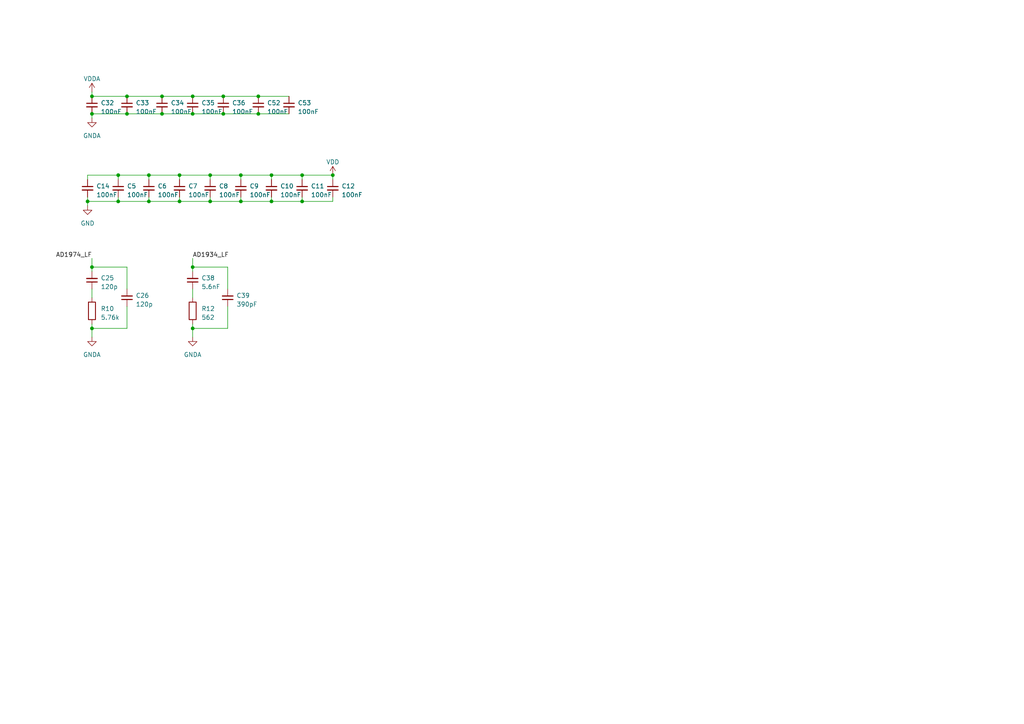
<source format=kicad_sch>
(kicad_sch (version 20230121) (generator eeschema)

  (uuid dd1fa2f4-9ca2-4742-a67d-d263d9d3d241)

  (paper "A4")

  (lib_symbols
    (symbol "Device:C_Small" (pin_numbers hide) (pin_names (offset 0.254) hide) (in_bom yes) (on_board yes)
      (property "Reference" "C" (at 0.254 1.778 0)
        (effects (font (size 1.27 1.27)) (justify left))
      )
      (property "Value" "C_Small" (at 0.254 -2.032 0)
        (effects (font (size 1.27 1.27)) (justify left))
      )
      (property "Footprint" "" (at 0 0 0)
        (effects (font (size 1.27 1.27)) hide)
      )
      (property "Datasheet" "~" (at 0 0 0)
        (effects (font (size 1.27 1.27)) hide)
      )
      (property "ki_keywords" "capacitor cap" (at 0 0 0)
        (effects (font (size 1.27 1.27)) hide)
      )
      (property "ki_description" "Unpolarized capacitor, small symbol" (at 0 0 0)
        (effects (font (size 1.27 1.27)) hide)
      )
      (property "ki_fp_filters" "C_*" (at 0 0 0)
        (effects (font (size 1.27 1.27)) hide)
      )
      (symbol "C_Small_0_1"
        (polyline
          (pts
            (xy -1.524 -0.508)
            (xy 1.524 -0.508)
          )
          (stroke (width 0.3302) (type default))
          (fill (type none))
        )
        (polyline
          (pts
            (xy -1.524 0.508)
            (xy 1.524 0.508)
          )
          (stroke (width 0.3048) (type default))
          (fill (type none))
        )
      )
      (symbol "C_Small_1_1"
        (pin passive line (at 0 2.54 270) (length 2.032)
          (name "~" (effects (font (size 1.27 1.27))))
          (number "1" (effects (font (size 1.27 1.27))))
        )
        (pin passive line (at 0 -2.54 90) (length 2.032)
          (name "~" (effects (font (size 1.27 1.27))))
          (number "2" (effects (font (size 1.27 1.27))))
        )
      )
    )
    (symbol "Device:R" (pin_numbers hide) (pin_names (offset 0)) (in_bom yes) (on_board yes)
      (property "Reference" "R" (at 2.032 0 90)
        (effects (font (size 1.27 1.27)))
      )
      (property "Value" "R" (at 0 0 90)
        (effects (font (size 1.27 1.27)))
      )
      (property "Footprint" "" (at -1.778 0 90)
        (effects (font (size 1.27 1.27)) hide)
      )
      (property "Datasheet" "~" (at 0 0 0)
        (effects (font (size 1.27 1.27)) hide)
      )
      (property "ki_keywords" "R res resistor" (at 0 0 0)
        (effects (font (size 1.27 1.27)) hide)
      )
      (property "ki_description" "Resistor" (at 0 0 0)
        (effects (font (size 1.27 1.27)) hide)
      )
      (property "ki_fp_filters" "R_*" (at 0 0 0)
        (effects (font (size 1.27 1.27)) hide)
      )
      (symbol "R_0_1"
        (rectangle (start -1.016 -2.54) (end 1.016 2.54)
          (stroke (width 0.254) (type default))
          (fill (type none))
        )
      )
      (symbol "R_1_1"
        (pin passive line (at 0 3.81 270) (length 1.27)
          (name "~" (effects (font (size 1.27 1.27))))
          (number "1" (effects (font (size 1.27 1.27))))
        )
        (pin passive line (at 0 -3.81 90) (length 1.27)
          (name "~" (effects (font (size 1.27 1.27))))
          (number "2" (effects (font (size 1.27 1.27))))
        )
      )
    )
    (symbol "power:GND" (power) (pin_names (offset 0)) (in_bom yes) (on_board yes)
      (property "Reference" "#PWR" (at 0 -6.35 0)
        (effects (font (size 1.27 1.27)) hide)
      )
      (property "Value" "GND" (at 0 -3.81 0)
        (effects (font (size 1.27 1.27)))
      )
      (property "Footprint" "" (at 0 0 0)
        (effects (font (size 1.27 1.27)) hide)
      )
      (property "Datasheet" "" (at 0 0 0)
        (effects (font (size 1.27 1.27)) hide)
      )
      (property "ki_keywords" "global power" (at 0 0 0)
        (effects (font (size 1.27 1.27)) hide)
      )
      (property "ki_description" "Power symbol creates a global label with name \"GND\" , ground" (at 0 0 0)
        (effects (font (size 1.27 1.27)) hide)
      )
      (symbol "GND_0_1"
        (polyline
          (pts
            (xy 0 0)
            (xy 0 -1.27)
            (xy 1.27 -1.27)
            (xy 0 -2.54)
            (xy -1.27 -1.27)
            (xy 0 -1.27)
          )
          (stroke (width 0) (type default))
          (fill (type none))
        )
      )
      (symbol "GND_1_1"
        (pin power_in line (at 0 0 270) (length 0) hide
          (name "GND" (effects (font (size 1.27 1.27))))
          (number "1" (effects (font (size 1.27 1.27))))
        )
      )
    )
    (symbol "power:GNDA" (power) (pin_names (offset 0)) (in_bom yes) (on_board yes)
      (property "Reference" "#PWR" (at 0 -6.35 0)
        (effects (font (size 1.27 1.27)) hide)
      )
      (property "Value" "GNDA" (at 0 -3.81 0)
        (effects (font (size 1.27 1.27)))
      )
      (property "Footprint" "" (at 0 0 0)
        (effects (font (size 1.27 1.27)) hide)
      )
      (property "Datasheet" "" (at 0 0 0)
        (effects (font (size 1.27 1.27)) hide)
      )
      (property "ki_keywords" "global power" (at 0 0 0)
        (effects (font (size 1.27 1.27)) hide)
      )
      (property "ki_description" "Power symbol creates a global label with name \"GNDA\" , analog ground" (at 0 0 0)
        (effects (font (size 1.27 1.27)) hide)
      )
      (symbol "GNDA_0_1"
        (polyline
          (pts
            (xy 0 0)
            (xy 0 -1.27)
            (xy 1.27 -1.27)
            (xy 0 -2.54)
            (xy -1.27 -1.27)
            (xy 0 -1.27)
          )
          (stroke (width 0) (type default))
          (fill (type none))
        )
      )
      (symbol "GNDA_1_1"
        (pin power_in line (at 0 0 270) (length 0) hide
          (name "GNDA" (effects (font (size 1.27 1.27))))
          (number "1" (effects (font (size 1.27 1.27))))
        )
      )
    )
    (symbol "power:VDD" (power) (pin_names (offset 0)) (in_bom yes) (on_board yes)
      (property "Reference" "#PWR" (at 0 -3.81 0)
        (effects (font (size 1.27 1.27)) hide)
      )
      (property "Value" "VDD" (at 0 3.81 0)
        (effects (font (size 1.27 1.27)))
      )
      (property "Footprint" "" (at 0 0 0)
        (effects (font (size 1.27 1.27)) hide)
      )
      (property "Datasheet" "" (at 0 0 0)
        (effects (font (size 1.27 1.27)) hide)
      )
      (property "ki_keywords" "global power" (at 0 0 0)
        (effects (font (size 1.27 1.27)) hide)
      )
      (property "ki_description" "Power symbol creates a global label with name \"VDD\"" (at 0 0 0)
        (effects (font (size 1.27 1.27)) hide)
      )
      (symbol "VDD_0_1"
        (polyline
          (pts
            (xy -0.762 1.27)
            (xy 0 2.54)
          )
          (stroke (width 0) (type default))
          (fill (type none))
        )
        (polyline
          (pts
            (xy 0 0)
            (xy 0 2.54)
          )
          (stroke (width 0) (type default))
          (fill (type none))
        )
        (polyline
          (pts
            (xy 0 2.54)
            (xy 0.762 1.27)
          )
          (stroke (width 0) (type default))
          (fill (type none))
        )
      )
      (symbol "VDD_1_1"
        (pin power_in line (at 0 0 90) (length 0) hide
          (name "VDD" (effects (font (size 1.27 1.27))))
          (number "1" (effects (font (size 1.27 1.27))))
        )
      )
    )
    (symbol "power:VDDA" (power) (pin_names (offset 0)) (in_bom yes) (on_board yes)
      (property "Reference" "#PWR" (at 0 -3.81 0)
        (effects (font (size 1.27 1.27)) hide)
      )
      (property "Value" "VDDA" (at 0 3.81 0)
        (effects (font (size 1.27 1.27)))
      )
      (property "Footprint" "" (at 0 0 0)
        (effects (font (size 1.27 1.27)) hide)
      )
      (property "Datasheet" "" (at 0 0 0)
        (effects (font (size 1.27 1.27)) hide)
      )
      (property "ki_keywords" "global power" (at 0 0 0)
        (effects (font (size 1.27 1.27)) hide)
      )
      (property "ki_description" "Power symbol creates a global label with name \"VDDA\"" (at 0 0 0)
        (effects (font (size 1.27 1.27)) hide)
      )
      (symbol "VDDA_0_1"
        (polyline
          (pts
            (xy -0.762 1.27)
            (xy 0 2.54)
          )
          (stroke (width 0) (type default))
          (fill (type none))
        )
        (polyline
          (pts
            (xy 0 0)
            (xy 0 2.54)
          )
          (stroke (width 0) (type default))
          (fill (type none))
        )
        (polyline
          (pts
            (xy 0 2.54)
            (xy 0.762 1.27)
          )
          (stroke (width 0) (type default))
          (fill (type none))
        )
      )
      (symbol "VDDA_1_1"
        (pin power_in line (at 0 0 90) (length 0) hide
          (name "VDDA" (effects (font (size 1.27 1.27))))
          (number "1" (effects (font (size 1.27 1.27))))
        )
      )
    )
  )

  (junction (at 55.88 95.25) (diameter 0) (color 0 0 0 0)
    (uuid 0a4e0715-cee4-4285-9e2e-2894257838d0)
  )
  (junction (at 69.85 50.8) (diameter 0) (color 0 0 0 0)
    (uuid 103432a1-af0c-4bdc-911a-7a92663b2296)
  )
  (junction (at 96.52 50.8) (diameter 0) (color 0 0 0 0)
    (uuid 1478fbc8-4f98-4de1-aa81-372c2c23fbb9)
  )
  (junction (at 52.07 58.42) (diameter 0) (color 0 0 0 0)
    (uuid 1f6715c4-851f-402e-b3e6-bb0b2303d691)
  )
  (junction (at 34.29 50.8) (diameter 0) (color 0 0 0 0)
    (uuid 3084ddc4-0198-40d7-a3c2-8679a7a2d6a2)
  )
  (junction (at 43.18 50.8) (diameter 0) (color 0 0 0 0)
    (uuid 419c8606-1028-436a-88fc-88b31d5e6a89)
  )
  (junction (at 26.67 33.02) (diameter 0) (color 0 0 0 0)
    (uuid 46efdcda-cba9-4c71-9431-67f2ed6a526d)
  )
  (junction (at 64.77 27.94) (diameter 0) (color 0 0 0 0)
    (uuid 59d317a4-ca17-4d81-b8cc-a24a52e1bd02)
  )
  (junction (at 87.63 50.8) (diameter 0) (color 0 0 0 0)
    (uuid 60366baf-d977-4dc7-ac83-055c8c922c7d)
  )
  (junction (at 55.88 33.02) (diameter 0) (color 0 0 0 0)
    (uuid 609b1249-5a28-49bd-bc80-9a7982f88a1c)
  )
  (junction (at 46.99 33.02) (diameter 0) (color 0 0 0 0)
    (uuid 60aeb1d4-ee87-497d-8f9c-8b1853b4f8f5)
  )
  (junction (at 74.93 27.94) (diameter 0) (color 0 0 0 0)
    (uuid 66fee20a-96e9-4d55-ae25-78371194546e)
  )
  (junction (at 69.85 58.42) (diameter 0) (color 0 0 0 0)
    (uuid 697c5e83-06fd-4143-b08d-a2c6fa2ee1b5)
  )
  (junction (at 78.74 50.8) (diameter 0) (color 0 0 0 0)
    (uuid 6e45c6a1-6727-4968-92ea-7f6a1e6bdd76)
  )
  (junction (at 52.07 50.8) (diameter 0) (color 0 0 0 0)
    (uuid 71521a8b-a13e-41dd-8b55-ce2d5f999c43)
  )
  (junction (at 26.67 77.47) (diameter 0) (color 0 0 0 0)
    (uuid 756273a8-6f75-45d0-9508-48224a301778)
  )
  (junction (at 34.29 58.42) (diameter 0) (color 0 0 0 0)
    (uuid 7a1f2204-92d5-40fc-aa81-ac27b226ef92)
  )
  (junction (at 60.96 50.8) (diameter 0) (color 0 0 0 0)
    (uuid 7e9da14b-7be3-450c-9506-ee14db5564e6)
  )
  (junction (at 55.88 77.47) (diameter 0) (color 0 0 0 0)
    (uuid 86115e6e-81e7-484e-84a8-9297e8152047)
  )
  (junction (at 60.96 58.42) (diameter 0) (color 0 0 0 0)
    (uuid a1476265-e03d-4980-b7e8-9705f718b1f3)
  )
  (junction (at 64.77 33.02) (diameter 0) (color 0 0 0 0)
    (uuid b42b07d0-e9c5-4528-814e-67494523c398)
  )
  (junction (at 26.67 95.25) (diameter 0) (color 0 0 0 0)
    (uuid bd605196-12a1-44e7-bb55-b08296891a3c)
  )
  (junction (at 36.83 33.02) (diameter 0) (color 0 0 0 0)
    (uuid c273afa4-fca6-4242-acb3-d6a542fc22d6)
  )
  (junction (at 25.4 58.42) (diameter 0) (color 0 0 0 0)
    (uuid c7238a1c-3e39-4775-9230-43bd5b5cbc39)
  )
  (junction (at 87.63 58.42) (diameter 0) (color 0 0 0 0)
    (uuid c998b3bf-af4c-4b27-ac7c-8d91226e033f)
  )
  (junction (at 43.18 58.42) (diameter 0) (color 0 0 0 0)
    (uuid d17e4efb-b251-4cf7-b3b8-1008c520f031)
  )
  (junction (at 55.88 27.94) (diameter 0) (color 0 0 0 0)
    (uuid d195a166-cd7a-462e-82d3-591911cd675f)
  )
  (junction (at 36.83 27.94) (diameter 0) (color 0 0 0 0)
    (uuid d26996cc-68dc-4448-9716-7855f26551d6)
  )
  (junction (at 46.99 27.94) (diameter 0) (color 0 0 0 0)
    (uuid d6144cea-ef01-4326-b2b4-53e55cdfdff4)
  )
  (junction (at 26.67 27.94) (diameter 0) (color 0 0 0 0)
    (uuid d6bf0da1-2c22-430d-abf0-0a90079fc738)
  )
  (junction (at 78.74 58.42) (diameter 0) (color 0 0 0 0)
    (uuid e2950d17-9d94-4557-8b86-3cfa50326b74)
  )
  (junction (at 74.93 33.02) (diameter 0) (color 0 0 0 0)
    (uuid ea34af24-74c4-4fa1-b541-61f34cef3947)
  )

  (wire (pts (xy 55.88 93.98) (xy 55.88 95.25))
    (stroke (width 0) (type default))
    (uuid 00633f46-a5cb-46df-b986-01119992d036)
  )
  (wire (pts (xy 25.4 50.8) (xy 34.29 50.8))
    (stroke (width 0) (type default))
    (uuid 05909202-6bf9-4b9e-b35c-caa6316c5e54)
  )
  (wire (pts (xy 60.96 58.42) (xy 52.07 58.42))
    (stroke (width 0) (type default))
    (uuid 124c349e-38d1-41a0-9f74-50e023abbc30)
  )
  (wire (pts (xy 25.4 52.07) (xy 25.4 50.8))
    (stroke (width 0) (type default))
    (uuid 1317ade3-7efc-465e-960e-44ea9ea813f2)
  )
  (wire (pts (xy 55.88 95.25) (xy 55.88 97.79))
    (stroke (width 0) (type default))
    (uuid 15573ebb-d70c-4708-bbaf-c7435050d54d)
  )
  (wire (pts (xy 34.29 58.42) (xy 25.4 58.42))
    (stroke (width 0) (type default))
    (uuid 165fd013-97d6-4273-8935-dd6643d22270)
  )
  (wire (pts (xy 78.74 50.8) (xy 69.85 50.8))
    (stroke (width 0) (type default))
    (uuid 1d73b3ca-eb6c-4bf7-b87b-8ef32e523ae8)
  )
  (wire (pts (xy 96.52 52.07) (xy 96.52 50.8))
    (stroke (width 0) (type default))
    (uuid 224c4498-3f36-46e1-b5cd-ea6b9d7588fc)
  )
  (wire (pts (xy 52.07 52.07) (xy 52.07 50.8))
    (stroke (width 0) (type default))
    (uuid 2b5d9dad-67ef-4ad2-84c4-66460dcbe7e2)
  )
  (wire (pts (xy 74.93 27.94) (xy 83.82 27.94))
    (stroke (width 0) (type default))
    (uuid 2e2a3ada-8aab-4f2a-9caf-fce0d0d21bed)
  )
  (wire (pts (xy 26.67 93.98) (xy 26.67 95.25))
    (stroke (width 0) (type default))
    (uuid 360acfa9-60ac-4a71-a273-6c510df08528)
  )
  (wire (pts (xy 55.88 74.93) (xy 55.88 77.47))
    (stroke (width 0) (type default))
    (uuid 36da4982-778c-4b74-9db6-ac75aef801ec)
  )
  (wire (pts (xy 66.04 95.25) (xy 66.04 88.9))
    (stroke (width 0) (type default))
    (uuid 36ebb6db-a72d-4123-b87d-0f2049286ae9)
  )
  (wire (pts (xy 52.07 50.8) (xy 60.96 50.8))
    (stroke (width 0) (type default))
    (uuid 3b29c430-66c7-49b4-9726-64e386aad599)
  )
  (wire (pts (xy 43.18 57.15) (xy 43.18 58.42))
    (stroke (width 0) (type default))
    (uuid 413afa38-b8cd-4c00-870e-3fb94c4908da)
  )
  (wire (pts (xy 55.88 27.94) (xy 64.77 27.94))
    (stroke (width 0) (type default))
    (uuid 4816396b-7960-44d8-a068-c4ac43e4b1e9)
  )
  (wire (pts (xy 26.67 33.02) (xy 36.83 33.02))
    (stroke (width 0) (type default))
    (uuid 494dee85-e732-4ecb-ae1e-0a1ba191b235)
  )
  (wire (pts (xy 96.52 58.42) (xy 87.63 58.42))
    (stroke (width 0) (type default))
    (uuid 4ad7fefd-61d8-4d7a-a53a-0279a7bb5370)
  )
  (wire (pts (xy 26.67 77.47) (xy 26.67 78.74))
    (stroke (width 0) (type default))
    (uuid 4b75a342-a012-4902-a59e-7e131a87c826)
  )
  (wire (pts (xy 87.63 52.07) (xy 87.63 50.8))
    (stroke (width 0) (type default))
    (uuid 4ba8c275-c5ef-42d7-ac0f-437d29522a4a)
  )
  (wire (pts (xy 46.99 33.02) (xy 55.88 33.02))
    (stroke (width 0) (type default))
    (uuid 4ca11307-b5ea-45ef-a512-01dba9387078)
  )
  (wire (pts (xy 60.96 50.8) (xy 69.85 50.8))
    (stroke (width 0) (type default))
    (uuid 529ca79c-bd97-4129-aff9-8bea63d6f8e0)
  )
  (wire (pts (xy 26.67 77.47) (xy 36.83 77.47))
    (stroke (width 0) (type default))
    (uuid 5353b2ff-a4ed-4a15-966d-fab72bfc05ce)
  )
  (wire (pts (xy 34.29 52.07) (xy 34.29 50.8))
    (stroke (width 0) (type default))
    (uuid 5d3a25ad-3907-4d6f-bc95-197cf4195199)
  )
  (wire (pts (xy 36.83 27.94) (xy 46.99 27.94))
    (stroke (width 0) (type default))
    (uuid 5ee21c1c-17ef-4c8a-8f75-b97945ebb87d)
  )
  (wire (pts (xy 60.96 52.07) (xy 60.96 50.8))
    (stroke (width 0) (type default))
    (uuid 698b50df-6839-4c62-86b7-804c64ae46d3)
  )
  (wire (pts (xy 69.85 57.15) (xy 69.85 58.42))
    (stroke (width 0) (type default))
    (uuid 6c34b4fa-7fbc-4baa-a068-514133cc874b)
  )
  (wire (pts (xy 34.29 50.8) (xy 43.18 50.8))
    (stroke (width 0) (type default))
    (uuid 6e488d42-efca-430d-97e6-876cf134c85b)
  )
  (wire (pts (xy 55.88 83.82) (xy 55.88 86.36))
    (stroke (width 0) (type default))
    (uuid 7081a3b8-d3a7-4099-b8ca-680c62d2cf7a)
  )
  (wire (pts (xy 55.88 77.47) (xy 66.04 77.47))
    (stroke (width 0) (type default))
    (uuid 7153d55c-3351-46ee-9a5a-774ec741f5d0)
  )
  (wire (pts (xy 25.4 58.42) (xy 25.4 59.69))
    (stroke (width 0) (type default))
    (uuid 7219c587-045c-4fb2-aeac-84f09f923af6)
  )
  (wire (pts (xy 43.18 52.07) (xy 43.18 50.8))
    (stroke (width 0) (type default))
    (uuid 755f90c4-5195-4600-a183-d727f99386b2)
  )
  (wire (pts (xy 52.07 50.8) (xy 43.18 50.8))
    (stroke (width 0) (type default))
    (uuid 7ad70f23-4b3e-479c-a39c-9842a9acd217)
  )
  (wire (pts (xy 78.74 58.42) (xy 69.85 58.42))
    (stroke (width 0) (type default))
    (uuid 7fd5b5be-2aab-4f2d-a53d-9572c6790f7a)
  )
  (wire (pts (xy 55.88 95.25) (xy 66.04 95.25))
    (stroke (width 0) (type default))
    (uuid 81d4e5a7-8399-4f04-8fb2-46d58e5d2bda)
  )
  (wire (pts (xy 60.96 57.15) (xy 60.96 58.42))
    (stroke (width 0) (type default))
    (uuid 84a64c91-e5a4-47f5-a683-b82861aaebd8)
  )
  (wire (pts (xy 46.99 27.94) (xy 55.88 27.94))
    (stroke (width 0) (type default))
    (uuid 8be0f178-5646-4e41-b7ce-10613ccd093e)
  )
  (wire (pts (xy 74.93 33.02) (xy 83.82 33.02))
    (stroke (width 0) (type default))
    (uuid 90501363-43be-4b5b-b36e-f3276bcf7a0b)
  )
  (wire (pts (xy 66.04 77.47) (xy 66.04 83.82))
    (stroke (width 0) (type default))
    (uuid 93cd8a4c-2b37-4f02-8a0a-e0d95ecb4d6c)
  )
  (wire (pts (xy 26.67 95.25) (xy 36.83 95.25))
    (stroke (width 0) (type default))
    (uuid 9ab59340-8055-4e42-a5b7-3accd337540d)
  )
  (wire (pts (xy 36.83 33.02) (xy 46.99 33.02))
    (stroke (width 0) (type default))
    (uuid 9b91c162-8024-46f3-98e9-f47ba044132c)
  )
  (wire (pts (xy 69.85 58.42) (xy 60.96 58.42))
    (stroke (width 0) (type default))
    (uuid a602af70-aa43-463c-92fb-708cedfd848f)
  )
  (wire (pts (xy 36.83 77.47) (xy 36.83 83.82))
    (stroke (width 0) (type default))
    (uuid acaf34a2-55ea-4ab0-8277-138006058f68)
  )
  (wire (pts (xy 26.67 27.94) (xy 36.83 27.94))
    (stroke (width 0) (type default))
    (uuid af3e708a-14f2-425b-9b92-2890a1c89ae5)
  )
  (wire (pts (xy 43.18 58.42) (xy 34.29 58.42))
    (stroke (width 0) (type default))
    (uuid b1e5bc7e-8316-44e3-8770-7f97b771172f)
  )
  (wire (pts (xy 69.85 52.07) (xy 69.85 50.8))
    (stroke (width 0) (type default))
    (uuid b36ea311-49eb-4443-b7d6-afec03fa06a8)
  )
  (wire (pts (xy 26.67 33.02) (xy 26.67 34.29))
    (stroke (width 0) (type default))
    (uuid b461f4a3-b85d-41ee-bc59-d13526fc8f14)
  )
  (wire (pts (xy 26.67 74.93) (xy 26.67 77.47))
    (stroke (width 0) (type default))
    (uuid bacc83b1-6e4e-4883-8521-5fc4ac7ecab7)
  )
  (wire (pts (xy 78.74 50.8) (xy 87.63 50.8))
    (stroke (width 0) (type default))
    (uuid bc186fcb-d1e1-415b-98b1-8c3c1383af24)
  )
  (wire (pts (xy 55.88 77.47) (xy 55.88 78.74))
    (stroke (width 0) (type default))
    (uuid c0635f8c-342f-4ade-a8f0-f37afd4f5b10)
  )
  (wire (pts (xy 26.67 26.67) (xy 26.67 27.94))
    (stroke (width 0) (type default))
    (uuid c0ff69aa-950d-435d-85f5-4b8057c56603)
  )
  (wire (pts (xy 26.67 83.82) (xy 26.67 86.36))
    (stroke (width 0) (type default))
    (uuid c4994164-d514-4542-90fa-230508803a9f)
  )
  (wire (pts (xy 87.63 50.8) (xy 96.52 50.8))
    (stroke (width 0) (type default))
    (uuid c62ab6f1-d0e6-4cdd-aa15-61172ac7997f)
  )
  (wire (pts (xy 64.77 27.94) (xy 74.93 27.94))
    (stroke (width 0) (type default))
    (uuid cacf4164-7420-43b7-b639-4c6e52ac4bb5)
  )
  (wire (pts (xy 78.74 52.07) (xy 78.74 50.8))
    (stroke (width 0) (type default))
    (uuid cc2c5fcf-58cd-47a0-8a2d-843b63e5ec7a)
  )
  (wire (pts (xy 26.67 95.25) (xy 26.67 97.79))
    (stroke (width 0) (type default))
    (uuid cd1109d2-bf03-4feb-a2d2-7a74d15358bd)
  )
  (wire (pts (xy 64.77 33.02) (xy 74.93 33.02))
    (stroke (width 0) (type default))
    (uuid cf755ed3-fabb-46c7-b416-afa538889407)
  )
  (wire (pts (xy 25.4 57.15) (xy 25.4 58.42))
    (stroke (width 0) (type default))
    (uuid cfa65430-3d02-4268-a535-e74881fad0cd)
  )
  (wire (pts (xy 52.07 57.15) (xy 52.07 58.42))
    (stroke (width 0) (type default))
    (uuid d2940910-f93b-449d-be1f-3ca09f00dbc0)
  )
  (wire (pts (xy 55.88 33.02) (xy 64.77 33.02))
    (stroke (width 0) (type default))
    (uuid d2b7e30b-085c-471c-855d-9677f6c6b099)
  )
  (wire (pts (xy 87.63 58.42) (xy 78.74 58.42))
    (stroke (width 0) (type default))
    (uuid d3861245-b7ce-473a-8b96-563f78e6d68c)
  )
  (wire (pts (xy 34.29 57.15) (xy 34.29 58.42))
    (stroke (width 0) (type default))
    (uuid e1cd2100-4e92-4b44-bbf4-c37728aa0745)
  )
  (wire (pts (xy 87.63 57.15) (xy 87.63 58.42))
    (stroke (width 0) (type default))
    (uuid e8d5543a-f903-464c-a1e5-fd7d3bf9f2f5)
  )
  (wire (pts (xy 96.52 57.15) (xy 96.52 58.42))
    (stroke (width 0) (type default))
    (uuid efce7bf9-0366-4a6e-aed5-52a9654e28cf)
  )
  (wire (pts (xy 52.07 58.42) (xy 43.18 58.42))
    (stroke (width 0) (type default))
    (uuid f609e23e-5493-40a7-950a-5a4cc2e02846)
  )
  (wire (pts (xy 36.83 95.25) (xy 36.83 88.9))
    (stroke (width 0) (type default))
    (uuid fca9cf0e-f9c3-400e-b309-95c9b0a819df)
  )
  (wire (pts (xy 78.74 57.15) (xy 78.74 58.42))
    (stroke (width 0) (type default))
    (uuid fe7e118b-da56-4f99-aa7d-a3090b4a0b17)
  )

  (label "AD1974_LF" (at 26.67 74.93 180) (fields_autoplaced)
    (effects (font (size 1.27 1.27)) (justify right bottom))
    (uuid 14d7e63c-43fc-4a7f-b757-664ac76191ef)
  )
  (label "AD1934_LF" (at 55.88 74.93 0) (fields_autoplaced)
    (effects (font (size 1.27 1.27)) (justify left bottom))
    (uuid 8bc7c0df-c83b-499f-8519-0bb6ff583b02)
  )

  (symbol (lib_id "Device:C_Small") (at 64.77 30.48 0) (unit 1)
    (in_bom yes) (on_board yes) (dnp no) (fields_autoplaced)
    (uuid 02c1b209-bd0d-40dc-9d43-82b22601e3e4)
    (property "Reference" "C36" (at 67.31 29.8513 0)
      (effects (font (size 1.27 1.27)) (justify left))
    )
    (property "Value" "100nF" (at 67.31 32.3913 0)
      (effects (font (size 1.27 1.27)) (justify left))
    )
    (property "Footprint" "Capacitor_SMD:C_0603_1608Metric_Pad1.08x0.95mm_HandSolder" (at 64.77 30.48 0)
      (effects (font (size 1.27 1.27)) hide)
    )
    (property "Datasheet" "~" (at 64.77 30.48 0)
      (effects (font (size 1.27 1.27)) hide)
    )
    (pin "1" (uuid 3c4b452d-b6f5-4013-aabb-37a2c5b7a5e4))
    (pin "2" (uuid 693104c4-6a67-4ba5-88be-a0b4d836ecc3))
    (instances
      (project "stm_audio_board_V2"
        (path "/6997cf63-2615-4e49-9471-e7da1b6bae71"
          (reference "C36") (unit 1)
        )
        (path "/6997cf63-2615-4e49-9471-e7da1b6bae71/927539c8-c0d0-4950-9b67-385a1cdd80f8"
          (reference "C36") (unit 1)
        )
      )
    )
  )

  (symbol (lib_id "power:GNDA") (at 55.88 97.79 0) (unit 1)
    (in_bom yes) (on_board yes) (dnp no) (fields_autoplaced)
    (uuid 06602291-546d-4742-b91e-720b640d82c4)
    (property "Reference" "#PWR037" (at 55.88 104.14 0)
      (effects (font (size 1.27 1.27)) hide)
    )
    (property "Value" "GNDA" (at 55.88 102.87 0)
      (effects (font (size 1.27 1.27)))
    )
    (property "Footprint" "" (at 55.88 97.79 0)
      (effects (font (size 1.27 1.27)) hide)
    )
    (property "Datasheet" "" (at 55.88 97.79 0)
      (effects (font (size 1.27 1.27)) hide)
    )
    (pin "1" (uuid 9b99b258-42f7-4f21-9754-85df012c018d))
    (instances
      (project "stm_audio_board_V2"
        (path "/6997cf63-2615-4e49-9471-e7da1b6bae71"
          (reference "#PWR037") (unit 1)
        )
        (path "/6997cf63-2615-4e49-9471-e7da1b6bae71/927539c8-c0d0-4950-9b67-385a1cdd80f8"
          (reference "#PWR037") (unit 1)
        )
      )
    )
  )

  (symbol (lib_id "Device:R") (at 55.88 90.17 0) (unit 1)
    (in_bom yes) (on_board yes) (dnp no) (fields_autoplaced)
    (uuid 088a497b-fd51-473f-95ba-bc90085aa488)
    (property "Reference" "R12" (at 58.42 89.535 0)
      (effects (font (size 1.27 1.27)) (justify left))
    )
    (property "Value" "562" (at 58.42 92.075 0)
      (effects (font (size 1.27 1.27)) (justify left))
    )
    (property "Footprint" "Resistor_SMD:R_0805_2012Metric_Pad1.20x1.40mm_HandSolder" (at 54.102 90.17 90)
      (effects (font (size 1.27 1.27)) hide)
    )
    (property "Datasheet" "~" (at 55.88 90.17 0)
      (effects (font (size 1.27 1.27)) hide)
    )
    (pin "1" (uuid 847d07f7-bcda-4dc4-bbbe-05e0685daa73))
    (pin "2" (uuid 8163fc19-630b-4a18-930a-9c9bdeb430ea))
    (instances
      (project "stm_audio_board_V2"
        (path "/6997cf63-2615-4e49-9471-e7da1b6bae71"
          (reference "R12") (unit 1)
        )
        (path "/6997cf63-2615-4e49-9471-e7da1b6bae71/927539c8-c0d0-4950-9b67-385a1cdd80f8"
          (reference "R10") (unit 1)
        )
      )
    )
  )

  (symbol (lib_id "Device:C_Small") (at 96.52 54.61 0) (unit 1)
    (in_bom yes) (on_board yes) (dnp no) (fields_autoplaced)
    (uuid 245387f2-e658-4446-9c48-17c36a669ece)
    (property "Reference" "C12" (at 99.06 53.9813 0)
      (effects (font (size 1.27 1.27)) (justify left))
    )
    (property "Value" "100nF" (at 99.06 56.5213 0)
      (effects (font (size 1.27 1.27)) (justify left))
    )
    (property "Footprint" "Capacitor_SMD:C_0603_1608Metric_Pad1.08x0.95mm_HandSolder" (at 96.52 54.61 0)
      (effects (font (size 1.27 1.27)) hide)
    )
    (property "Datasheet" "~" (at 96.52 54.61 0)
      (effects (font (size 1.27 1.27)) hide)
    )
    (pin "1" (uuid 9835629a-079a-4373-98a5-8e7bb3b6e27a))
    (pin "2" (uuid 47433141-1d68-4dde-bf83-fc8e9201406b))
    (instances
      (project "stm_audio_board_V2"
        (path "/6997cf63-2615-4e49-9471-e7da1b6bae71"
          (reference "C12") (unit 1)
        )
        (path "/6997cf63-2615-4e49-9471-e7da1b6bae71/927539c8-c0d0-4950-9b67-385a1cdd80f8"
          (reference "C14") (unit 1)
        )
      )
    )
  )

  (symbol (lib_id "Device:C_Small") (at 46.99 30.48 0) (unit 1)
    (in_bom yes) (on_board yes) (dnp no) (fields_autoplaced)
    (uuid 2d443d28-e518-486d-9abb-301a40c86bbf)
    (property "Reference" "C34" (at 49.53 29.8513 0)
      (effects (font (size 1.27 1.27)) (justify left))
    )
    (property "Value" "100nF" (at 49.53 32.3913 0)
      (effects (font (size 1.27 1.27)) (justify left))
    )
    (property "Footprint" "Capacitor_SMD:C_0603_1608Metric_Pad1.08x0.95mm_HandSolder" (at 46.99 30.48 0)
      (effects (font (size 1.27 1.27)) hide)
    )
    (property "Datasheet" "~" (at 46.99 30.48 0)
      (effects (font (size 1.27 1.27)) hide)
    )
    (pin "1" (uuid 345e5d60-dd3b-4124-b12e-98ee4ee673fc))
    (pin "2" (uuid 412b057b-db4c-4da9-a371-1d325e3b411a))
    (instances
      (project "stm_audio_board_V2"
        (path "/6997cf63-2615-4e49-9471-e7da1b6bae71"
          (reference "C34") (unit 1)
        )
        (path "/6997cf63-2615-4e49-9471-e7da1b6bae71/927539c8-c0d0-4950-9b67-385a1cdd80f8"
          (reference "C34") (unit 1)
        )
      )
    )
  )

  (symbol (lib_id "Device:R") (at 26.67 90.17 0) (unit 1)
    (in_bom yes) (on_board yes) (dnp no) (fields_autoplaced)
    (uuid 3e9491cc-dfe9-4849-a2ad-345fc7973816)
    (property "Reference" "R10" (at 29.21 89.535 0)
      (effects (font (size 1.27 1.27)) (justify left))
    )
    (property "Value" "5.76k" (at 29.21 92.075 0)
      (effects (font (size 1.27 1.27)) (justify left))
    )
    (property "Footprint" "Resistor_SMD:R_0805_2012Metric_Pad1.20x1.40mm_HandSolder" (at 24.892 90.17 90)
      (effects (font (size 1.27 1.27)) hide)
    )
    (property "Datasheet" "~" (at 26.67 90.17 0)
      (effects (font (size 1.27 1.27)) hide)
    )
    (pin "1" (uuid dbda5971-3b3a-4e49-ba7e-ff17ed9f8050))
    (pin "2" (uuid 4e5ef889-3d68-4d16-968b-038188e43d2f))
    (instances
      (project "stm_audio_board_V2"
        (path "/6997cf63-2615-4e49-9471-e7da1b6bae71"
          (reference "R10") (unit 1)
        )
        (path "/6997cf63-2615-4e49-9471-e7da1b6bae71/927539c8-c0d0-4950-9b67-385a1cdd80f8"
          (reference "R3") (unit 1)
        )
      )
    )
  )

  (symbol (lib_id "Device:C_Small") (at 74.93 30.48 0) (unit 1)
    (in_bom yes) (on_board yes) (dnp no) (fields_autoplaced)
    (uuid 4bac3dea-5ae0-45ba-9313-9eb6ca75eaab)
    (property "Reference" "C52" (at 77.47 29.8513 0)
      (effects (font (size 1.27 1.27)) (justify left))
    )
    (property "Value" "100nF" (at 77.47 32.3913 0)
      (effects (font (size 1.27 1.27)) (justify left))
    )
    (property "Footprint" "Capacitor_SMD:C_0603_1608Metric_Pad1.08x0.95mm_HandSolder" (at 74.93 30.48 0)
      (effects (font (size 1.27 1.27)) hide)
    )
    (property "Datasheet" "~" (at 74.93 30.48 0)
      (effects (font (size 1.27 1.27)) hide)
    )
    (pin "1" (uuid a4848b38-1d8a-4b34-b9b0-872612e2aeda))
    (pin "2" (uuid 20f5d559-72f1-431f-a17c-6cd105221942))
    (instances
      (project "stm_audio_board_V2"
        (path "/6997cf63-2615-4e49-9471-e7da1b6bae71"
          (reference "C52") (unit 1)
        )
        (path "/6997cf63-2615-4e49-9471-e7da1b6bae71/927539c8-c0d0-4950-9b67-385a1cdd80f8"
          (reference "C52") (unit 1)
        )
      )
    )
  )

  (symbol (lib_id "power:VDD") (at 96.52 50.8 0) (unit 1)
    (in_bom yes) (on_board yes) (dnp no) (fields_autoplaced)
    (uuid 5053cdb1-6812-44c6-89a7-3c266487afc4)
    (property "Reference" "#PWR024" (at 96.52 54.61 0)
      (effects (font (size 1.27 1.27)) hide)
    )
    (property "Value" "VDD" (at 96.52 46.99 0)
      (effects (font (size 1.27 1.27)))
    )
    (property "Footprint" "" (at 96.52 50.8 0)
      (effects (font (size 1.27 1.27)) hide)
    )
    (property "Datasheet" "" (at 96.52 50.8 0)
      (effects (font (size 1.27 1.27)) hide)
    )
    (pin "1" (uuid 58fd0f54-76c9-41dc-99ce-e12999340e64))
    (instances
      (project "stm_audio_board_V2"
        (path "/6997cf63-2615-4e49-9471-e7da1b6bae71"
          (reference "#PWR024") (unit 1)
        )
        (path "/6997cf63-2615-4e49-9471-e7da1b6bae71/927539c8-c0d0-4950-9b67-385a1cdd80f8"
          (reference "#PWR024") (unit 1)
        )
      )
    )
  )

  (symbol (lib_id "Device:C_Small") (at 52.07 54.61 0) (unit 1)
    (in_bom yes) (on_board yes) (dnp no) (fields_autoplaced)
    (uuid 5387be86-4480-4970-a944-65291df989cf)
    (property "Reference" "C7" (at 54.61 53.9813 0)
      (effects (font (size 1.27 1.27)) (justify left))
    )
    (property "Value" "100nF" (at 54.61 56.5213 0)
      (effects (font (size 1.27 1.27)) (justify left))
    )
    (property "Footprint" "Capacitor_SMD:C_0603_1608Metric_Pad1.08x0.95mm_HandSolder" (at 52.07 54.61 0)
      (effects (font (size 1.27 1.27)) hide)
    )
    (property "Datasheet" "~" (at 52.07 54.61 0)
      (effects (font (size 1.27 1.27)) hide)
    )
    (pin "1" (uuid f5928feb-0b32-4116-8cf3-a4496f0f463d))
    (pin "2" (uuid 15e74e65-cb5e-4ae5-aa20-272ba51d19d2))
    (instances
      (project "stm_audio_board_V2"
        (path "/6997cf63-2615-4e49-9471-e7da1b6bae71"
          (reference "C7") (unit 1)
        )
        (path "/6997cf63-2615-4e49-9471-e7da1b6bae71/927539c8-c0d0-4950-9b67-385a1cdd80f8"
          (reference "C8") (unit 1)
        )
      )
    )
  )

  (symbol (lib_id "Device:C_Small") (at 25.4 54.61 0) (unit 1)
    (in_bom yes) (on_board yes) (dnp no) (fields_autoplaced)
    (uuid 56bbc87e-b2b8-42bd-b635-c837b19fa797)
    (property "Reference" "C14" (at 27.94 53.9813 0)
      (effects (font (size 1.27 1.27)) (justify left))
    )
    (property "Value" "100nF" (at 27.94 56.5213 0)
      (effects (font (size 1.27 1.27)) (justify left))
    )
    (property "Footprint" "Capacitor_SMD:C_0603_1608Metric_Pad1.08x0.95mm_HandSolder" (at 25.4 54.61 0)
      (effects (font (size 1.27 1.27)) hide)
    )
    (property "Datasheet" "~" (at 25.4 54.61 0)
      (effects (font (size 1.27 1.27)) hide)
    )
    (pin "1" (uuid 9d685181-fcb1-4cba-aad8-01a0234fd547))
    (pin "2" (uuid 609207b2-c757-4693-900e-5f90e7761ce1))
    (instances
      (project "stm_audio_board_V2"
        (path "/6997cf63-2615-4e49-9471-e7da1b6bae71"
          (reference "C14") (unit 1)
        )
        (path "/6997cf63-2615-4e49-9471-e7da1b6bae71/927539c8-c0d0-4950-9b67-385a1cdd80f8"
          (reference "C5") (unit 1)
        )
      )
    )
  )

  (symbol (lib_id "Device:C_Small") (at 55.88 81.28 180) (unit 1)
    (in_bom yes) (on_board yes) (dnp no) (fields_autoplaced)
    (uuid 586de8c0-e514-4a80-917a-7ae39862785c)
    (property "Reference" "C38" (at 58.42 80.6386 0)
      (effects (font (size 1.27 1.27)) (justify right))
    )
    (property "Value" "5.6nF" (at 58.42 83.1786 0)
      (effects (font (size 1.27 1.27)) (justify right))
    )
    (property "Footprint" "Capacitor_SMD:C_0603_1608Metric_Pad1.08x0.95mm_HandSolder" (at 55.88 81.28 0)
      (effects (font (size 1.27 1.27)) hide)
    )
    (property "Datasheet" "~" (at 55.88 81.28 0)
      (effects (font (size 1.27 1.27)) hide)
    )
    (pin "1" (uuid dc457abf-9ace-4891-acda-83930f0e2212))
    (pin "2" (uuid b4e0d2f8-18a4-448c-899d-7150df3799e4))
    (instances
      (project "stm_audio_board_V2"
        (path "/6997cf63-2615-4e49-9471-e7da1b6bae71"
          (reference "C38") (unit 1)
        )
        (path "/6997cf63-2615-4e49-9471-e7da1b6bae71/927539c8-c0d0-4950-9b67-385a1cdd80f8"
          (reference "C38") (unit 1)
        )
      )
    )
  )

  (symbol (lib_id "Device:C_Small") (at 87.63 54.61 0) (unit 1)
    (in_bom yes) (on_board yes) (dnp no) (fields_autoplaced)
    (uuid 68f0fc28-cdff-4de4-8870-66c087b4c17b)
    (property "Reference" "C11" (at 90.17 53.9813 0)
      (effects (font (size 1.27 1.27)) (justify left))
    )
    (property "Value" "100nF" (at 90.17 56.5213 0)
      (effects (font (size 1.27 1.27)) (justify left))
    )
    (property "Footprint" "Capacitor_SMD:C_0603_1608Metric_Pad1.08x0.95mm_HandSolder" (at 87.63 54.61 0)
      (effects (font (size 1.27 1.27)) hide)
    )
    (property "Datasheet" "~" (at 87.63 54.61 0)
      (effects (font (size 1.27 1.27)) hide)
    )
    (pin "1" (uuid f9a76e02-ce6c-42b0-bf28-40586f3e4c17))
    (pin "2" (uuid 8cbadaef-8e2a-4dc6-aac4-fa179d0d78cd))
    (instances
      (project "stm_audio_board_V2"
        (path "/6997cf63-2615-4e49-9471-e7da1b6bae71"
          (reference "C11") (unit 1)
        )
        (path "/6997cf63-2615-4e49-9471-e7da1b6bae71/927539c8-c0d0-4950-9b67-385a1cdd80f8"
          (reference "C12") (unit 1)
        )
      )
    )
  )

  (symbol (lib_id "Device:C_Small") (at 36.83 86.36 180) (unit 1)
    (in_bom yes) (on_board yes) (dnp no) (fields_autoplaced)
    (uuid 6bc2ad69-f9d5-42ff-a4b0-426a07d1f77b)
    (property "Reference" "C26" (at 39.37 85.7186 0)
      (effects (font (size 1.27 1.27)) (justify right))
    )
    (property "Value" "120p" (at 39.37 88.2586 0)
      (effects (font (size 1.27 1.27)) (justify right))
    )
    (property "Footprint" "Capacitor_SMD:C_0603_1608Metric_Pad1.08x0.95mm_HandSolder" (at 36.83 86.36 0)
      (effects (font (size 1.27 1.27)) hide)
    )
    (property "Datasheet" "~" (at 36.83 86.36 0)
      (effects (font (size 1.27 1.27)) hide)
    )
    (pin "1" (uuid 4a0847cb-3ce7-40e0-9bb4-6c31a91de096))
    (pin "2" (uuid dafc46ec-a22f-4e75-b77b-a0d041afda9a))
    (instances
      (project "stm_audio_board_V2"
        (path "/6997cf63-2615-4e49-9471-e7da1b6bae71"
          (reference "C26") (unit 1)
        )
        (path "/6997cf63-2615-4e49-9471-e7da1b6bae71/927539c8-c0d0-4950-9b67-385a1cdd80f8"
          (reference "C26") (unit 1)
        )
      )
    )
  )

  (symbol (lib_id "power:VDDA") (at 26.67 26.67 0) (unit 1)
    (in_bom yes) (on_board yes) (dnp no) (fields_autoplaced)
    (uuid 6d2ba9c1-fc6f-4bf6-bf11-3d64329a3430)
    (property "Reference" "#PWR038" (at 26.67 30.48 0)
      (effects (font (size 1.27 1.27)) hide)
    )
    (property "Value" "VDDA" (at 26.67 22.86 0)
      (effects (font (size 1.27 1.27)))
    )
    (property "Footprint" "" (at 26.67 26.67 0)
      (effects (font (size 1.27 1.27)) hide)
    )
    (property "Datasheet" "" (at 26.67 26.67 0)
      (effects (font (size 1.27 1.27)) hide)
    )
    (pin "1" (uuid ab818f3b-c2a1-44a2-9233-98f03e492d69))
    (instances
      (project "stm_audio_board_V2"
        (path "/6997cf63-2615-4e49-9471-e7da1b6bae71"
          (reference "#PWR038") (unit 1)
        )
        (path "/6997cf63-2615-4e49-9471-e7da1b6bae71/927539c8-c0d0-4950-9b67-385a1cdd80f8"
          (reference "#PWR038") (unit 1)
        )
      )
    )
  )

  (symbol (lib_id "power:GND") (at 25.4 59.69 0) (unit 1)
    (in_bom yes) (on_board yes) (dnp no) (fields_autoplaced)
    (uuid 6fecedfb-ab0c-4369-89b8-6d8aa3768a80)
    (property "Reference" "#PWR05" (at 25.4 66.04 0)
      (effects (font (size 1.27 1.27)) hide)
    )
    (property "Value" "GND" (at 25.4 64.77 0)
      (effects (font (size 1.27 1.27)))
    )
    (property "Footprint" "" (at 25.4 59.69 0)
      (effects (font (size 1.27 1.27)) hide)
    )
    (property "Datasheet" "" (at 25.4 59.69 0)
      (effects (font (size 1.27 1.27)) hide)
    )
    (pin "1" (uuid 9a040001-8cf3-428d-877c-df9674206e3d))
    (instances
      (project "stm_audio_board_V2"
        (path "/6997cf63-2615-4e49-9471-e7da1b6bae71"
          (reference "#PWR05") (unit 1)
        )
        (path "/6997cf63-2615-4e49-9471-e7da1b6bae71/927539c8-c0d0-4950-9b67-385a1cdd80f8"
          (reference "#PWR05") (unit 1)
        )
      )
    )
  )

  (symbol (lib_id "Device:C_Small") (at 55.88 30.48 0) (unit 1)
    (in_bom yes) (on_board yes) (dnp no) (fields_autoplaced)
    (uuid 7f0ba73a-feb5-42f1-b947-97c1b11b0b26)
    (property "Reference" "C35" (at 58.42 29.8513 0)
      (effects (font (size 1.27 1.27)) (justify left))
    )
    (property "Value" "100nF" (at 58.42 32.3913 0)
      (effects (font (size 1.27 1.27)) (justify left))
    )
    (property "Footprint" "Capacitor_SMD:C_0603_1608Metric_Pad1.08x0.95mm_HandSolder" (at 55.88 30.48 0)
      (effects (font (size 1.27 1.27)) hide)
    )
    (property "Datasheet" "~" (at 55.88 30.48 0)
      (effects (font (size 1.27 1.27)) hide)
    )
    (pin "1" (uuid f9770fbf-89d9-402c-bebe-b51d647eb561))
    (pin "2" (uuid e5199141-f91e-4aed-a964-fe3dc37896bb))
    (instances
      (project "stm_audio_board_V2"
        (path "/6997cf63-2615-4e49-9471-e7da1b6bae71"
          (reference "C35") (unit 1)
        )
        (path "/6997cf63-2615-4e49-9471-e7da1b6bae71/927539c8-c0d0-4950-9b67-385a1cdd80f8"
          (reference "C35") (unit 1)
        )
      )
    )
  )

  (symbol (lib_id "power:GNDA") (at 26.67 97.79 0) (unit 1)
    (in_bom yes) (on_board yes) (dnp no) (fields_autoplaced)
    (uuid 98f581c1-f0e6-465b-bf46-f6ab133abd28)
    (property "Reference" "#PWR016" (at 26.67 104.14 0)
      (effects (font (size 1.27 1.27)) hide)
    )
    (property "Value" "GNDA" (at 26.67 102.87 0)
      (effects (font (size 1.27 1.27)))
    )
    (property "Footprint" "" (at 26.67 97.79 0)
      (effects (font (size 1.27 1.27)) hide)
    )
    (property "Datasheet" "" (at 26.67 97.79 0)
      (effects (font (size 1.27 1.27)) hide)
    )
    (pin "1" (uuid cb6c1c74-df44-4e31-9e54-900de473b4fe))
    (instances
      (project "stm_audio_board_V2"
        (path "/6997cf63-2615-4e49-9471-e7da1b6bae71"
          (reference "#PWR016") (unit 1)
        )
        (path "/6997cf63-2615-4e49-9471-e7da1b6bae71/927539c8-c0d0-4950-9b67-385a1cdd80f8"
          (reference "#PWR016") (unit 1)
        )
      )
    )
  )

  (symbol (lib_id "Device:C_Small") (at 60.96 54.61 0) (unit 1)
    (in_bom yes) (on_board yes) (dnp no) (fields_autoplaced)
    (uuid a6f735d3-9077-4cc5-9e68-4e837f74e4f7)
    (property "Reference" "C8" (at 63.5 53.9813 0)
      (effects (font (size 1.27 1.27)) (justify left))
    )
    (property "Value" "100nF" (at 63.5 56.5213 0)
      (effects (font (size 1.27 1.27)) (justify left))
    )
    (property "Footprint" "Capacitor_SMD:C_0603_1608Metric_Pad1.08x0.95mm_HandSolder" (at 60.96 54.61 0)
      (effects (font (size 1.27 1.27)) hide)
    )
    (property "Datasheet" "~" (at 60.96 54.61 0)
      (effects (font (size 1.27 1.27)) hide)
    )
    (pin "1" (uuid 2fa09fc6-fb09-42d9-af62-b1e368e3fabe))
    (pin "2" (uuid 294f53cc-b64b-4480-aa06-9c92da244d52))
    (instances
      (project "stm_audio_board_V2"
        (path "/6997cf63-2615-4e49-9471-e7da1b6bae71"
          (reference "C8") (unit 1)
        )
        (path "/6997cf63-2615-4e49-9471-e7da1b6bae71/927539c8-c0d0-4950-9b67-385a1cdd80f8"
          (reference "C9") (unit 1)
        )
      )
    )
  )

  (symbol (lib_id "Device:C_Small") (at 83.82 30.48 0) (unit 1)
    (in_bom yes) (on_board yes) (dnp no) (fields_autoplaced)
    (uuid af5c0ad8-d750-4d88-808a-43e304b7a283)
    (property "Reference" "C53" (at 86.36 29.8513 0)
      (effects (font (size 1.27 1.27)) (justify left))
    )
    (property "Value" "100nF" (at 86.36 32.3913 0)
      (effects (font (size 1.27 1.27)) (justify left))
    )
    (property "Footprint" "Capacitor_SMD:C_0603_1608Metric_Pad1.08x0.95mm_HandSolder" (at 83.82 30.48 0)
      (effects (font (size 1.27 1.27)) hide)
    )
    (property "Datasheet" "~" (at 83.82 30.48 0)
      (effects (font (size 1.27 1.27)) hide)
    )
    (pin "1" (uuid 3e6904e2-9f04-4f31-8209-1024335a85a5))
    (pin "2" (uuid 8593165a-915a-44e4-9871-81375cc9d9eb))
    (instances
      (project "stm_audio_board_V2"
        (path "/6997cf63-2615-4e49-9471-e7da1b6bae71"
          (reference "C53") (unit 1)
        )
        (path "/6997cf63-2615-4e49-9471-e7da1b6bae71/927539c8-c0d0-4950-9b67-385a1cdd80f8"
          (reference "C53") (unit 1)
        )
      )
    )
  )

  (symbol (lib_id "Device:C_Small") (at 78.74 54.61 0) (unit 1)
    (in_bom yes) (on_board yes) (dnp no) (fields_autoplaced)
    (uuid b27eb680-4039-4f48-a7f7-44371558f71f)
    (property "Reference" "C10" (at 81.28 53.9813 0)
      (effects (font (size 1.27 1.27)) (justify left))
    )
    (property "Value" "100nF" (at 81.28 56.5213 0)
      (effects (font (size 1.27 1.27)) (justify left))
    )
    (property "Footprint" "Capacitor_SMD:C_0603_1608Metric_Pad1.08x0.95mm_HandSolder" (at 78.74 54.61 0)
      (effects (font (size 1.27 1.27)) hide)
    )
    (property "Datasheet" "~" (at 78.74 54.61 0)
      (effects (font (size 1.27 1.27)) hide)
    )
    (pin "1" (uuid 0766b533-0dc3-4d91-a24d-62b077c6507a))
    (pin "2" (uuid c6e4fd4d-30ff-45da-8e5d-2ee384891b4b))
    (instances
      (project "stm_audio_board_V2"
        (path "/6997cf63-2615-4e49-9471-e7da1b6bae71"
          (reference "C10") (unit 1)
        )
        (path "/6997cf63-2615-4e49-9471-e7da1b6bae71/927539c8-c0d0-4950-9b67-385a1cdd80f8"
          (reference "C11") (unit 1)
        )
      )
    )
  )

  (symbol (lib_id "Device:C_Small") (at 69.85 54.61 0) (unit 1)
    (in_bom yes) (on_board yes) (dnp no) (fields_autoplaced)
    (uuid bc5d2bf0-53ee-4640-b800-665d7fe1f701)
    (property "Reference" "C9" (at 72.39 53.9813 0)
      (effects (font (size 1.27 1.27)) (justify left))
    )
    (property "Value" "100nF" (at 72.39 56.5213 0)
      (effects (font (size 1.27 1.27)) (justify left))
    )
    (property "Footprint" "Capacitor_SMD:C_0603_1608Metric_Pad1.08x0.95mm_HandSolder" (at 69.85 54.61 0)
      (effects (font (size 1.27 1.27)) hide)
    )
    (property "Datasheet" "~" (at 69.85 54.61 0)
      (effects (font (size 1.27 1.27)) hide)
    )
    (pin "1" (uuid c869aa1e-2ade-4057-b22f-4c70ea609dac))
    (pin "2" (uuid b7ba3404-cffc-4f9e-9fd6-3a56ab801bee))
    (instances
      (project "stm_audio_board_V2"
        (path "/6997cf63-2615-4e49-9471-e7da1b6bae71"
          (reference "C9") (unit 1)
        )
        (path "/6997cf63-2615-4e49-9471-e7da1b6bae71/927539c8-c0d0-4950-9b67-385a1cdd80f8"
          (reference "C10") (unit 1)
        )
      )
    )
  )

  (symbol (lib_id "Device:C_Small") (at 43.18 54.61 0) (unit 1)
    (in_bom yes) (on_board yes) (dnp no) (fields_autoplaced)
    (uuid bf1060db-2d41-4f61-bf71-0df85edd5782)
    (property "Reference" "C6" (at 45.72 53.9813 0)
      (effects (font (size 1.27 1.27)) (justify left))
    )
    (property "Value" "100nF" (at 45.72 56.5213 0)
      (effects (font (size 1.27 1.27)) (justify left))
    )
    (property "Footprint" "Capacitor_SMD:C_0603_1608Metric_Pad1.08x0.95mm_HandSolder" (at 43.18 54.61 0)
      (effects (font (size 1.27 1.27)) hide)
    )
    (property "Datasheet" "~" (at 43.18 54.61 0)
      (effects (font (size 1.27 1.27)) hide)
    )
    (pin "1" (uuid 01a3130d-3007-42cf-81b8-4a4f6b099f1a))
    (pin "2" (uuid 78949a43-4f6f-47a2-8523-48bb9af35080))
    (instances
      (project "stm_audio_board_V2"
        (path "/6997cf63-2615-4e49-9471-e7da1b6bae71"
          (reference "C6") (unit 1)
        )
        (path "/6997cf63-2615-4e49-9471-e7da1b6bae71/927539c8-c0d0-4950-9b67-385a1cdd80f8"
          (reference "C7") (unit 1)
        )
      )
    )
  )

  (symbol (lib_id "Device:C_Small") (at 36.83 30.48 0) (unit 1)
    (in_bom yes) (on_board yes) (dnp no) (fields_autoplaced)
    (uuid cf4314aa-d886-48f3-b7d7-546299aca111)
    (property "Reference" "C33" (at 39.37 29.8513 0)
      (effects (font (size 1.27 1.27)) (justify left))
    )
    (property "Value" "100nF" (at 39.37 32.3913 0)
      (effects (font (size 1.27 1.27)) (justify left))
    )
    (property "Footprint" "Capacitor_SMD:C_0603_1608Metric_Pad1.08x0.95mm_HandSolder" (at 36.83 30.48 0)
      (effects (font (size 1.27 1.27)) hide)
    )
    (property "Datasheet" "~" (at 36.83 30.48 0)
      (effects (font (size 1.27 1.27)) hide)
    )
    (pin "1" (uuid 556a30f6-86da-4928-8f5a-00440f4190b5))
    (pin "2" (uuid 677abe85-8c10-4f9a-97ff-80d802013aa6))
    (instances
      (project "stm_audio_board_V2"
        (path "/6997cf63-2615-4e49-9471-e7da1b6bae71"
          (reference "C33") (unit 1)
        )
        (path "/6997cf63-2615-4e49-9471-e7da1b6bae71/927539c8-c0d0-4950-9b67-385a1cdd80f8"
          (reference "C33") (unit 1)
        )
      )
    )
  )

  (symbol (lib_id "Device:C_Small") (at 66.04 86.36 180) (unit 1)
    (in_bom yes) (on_board yes) (dnp no) (fields_autoplaced)
    (uuid d4a02d5e-55d9-4074-abec-3279b99d2641)
    (property "Reference" "C39" (at 68.58 85.7186 0)
      (effects (font (size 1.27 1.27)) (justify right))
    )
    (property "Value" "390pF" (at 68.58 88.2586 0)
      (effects (font (size 1.27 1.27)) (justify right))
    )
    (property "Footprint" "Capacitor_SMD:C_0603_1608Metric_Pad1.08x0.95mm_HandSolder" (at 66.04 86.36 0)
      (effects (font (size 1.27 1.27)) hide)
    )
    (property "Datasheet" "~" (at 66.04 86.36 0)
      (effects (font (size 1.27 1.27)) hide)
    )
    (pin "1" (uuid f2b7f579-5d7e-43f3-991a-9a423ac62807))
    (pin "2" (uuid ec612326-8320-475d-ae96-550540852f22))
    (instances
      (project "stm_audio_board_V2"
        (path "/6997cf63-2615-4e49-9471-e7da1b6bae71"
          (reference "C39") (unit 1)
        )
        (path "/6997cf63-2615-4e49-9471-e7da1b6bae71/927539c8-c0d0-4950-9b67-385a1cdd80f8"
          (reference "C39") (unit 1)
        )
      )
    )
  )

  (symbol (lib_id "Device:C_Small") (at 26.67 81.28 180) (unit 1)
    (in_bom yes) (on_board yes) (dnp no) (fields_autoplaced)
    (uuid d4ad19fb-7f52-43fd-8c61-278b5fe6ad48)
    (property "Reference" "C25" (at 29.21 80.6386 0)
      (effects (font (size 1.27 1.27)) (justify right))
    )
    (property "Value" "120p" (at 29.21 83.1786 0)
      (effects (font (size 1.27 1.27)) (justify right))
    )
    (property "Footprint" "Capacitor_SMD:C_0603_1608Metric_Pad1.08x0.95mm_HandSolder" (at 26.67 81.28 0)
      (effects (font (size 1.27 1.27)) hide)
    )
    (property "Datasheet" "~" (at 26.67 81.28 0)
      (effects (font (size 1.27 1.27)) hide)
    )
    (pin "1" (uuid 60a8022a-df69-4fb9-8723-68ec355da252))
    (pin "2" (uuid 8d4d97c1-86f7-49b2-975b-dcd80425cabb))
    (instances
      (project "stm_audio_board_V2"
        (path "/6997cf63-2615-4e49-9471-e7da1b6bae71"
          (reference "C25") (unit 1)
        )
        (path "/6997cf63-2615-4e49-9471-e7da1b6bae71/927539c8-c0d0-4950-9b67-385a1cdd80f8"
          (reference "C25") (unit 1)
        )
      )
    )
  )

  (symbol (lib_id "power:GNDA") (at 26.67 34.29 0) (unit 1)
    (in_bom yes) (on_board yes) (dnp no) (fields_autoplaced)
    (uuid d513ed28-4da7-4c96-b6dc-c6e0ddb49047)
    (property "Reference" "#PWR039" (at 26.67 40.64 0)
      (effects (font (size 1.27 1.27)) hide)
    )
    (property "Value" "GNDA" (at 26.67 39.37 0)
      (effects (font (size 1.27 1.27)))
    )
    (property "Footprint" "" (at 26.67 34.29 0)
      (effects (font (size 1.27 1.27)) hide)
    )
    (property "Datasheet" "" (at 26.67 34.29 0)
      (effects (font (size 1.27 1.27)) hide)
    )
    (pin "1" (uuid 6eaae302-1ffc-4e42-a489-da68f07e9d36))
    (instances
      (project "stm_audio_board_V2"
        (path "/6997cf63-2615-4e49-9471-e7da1b6bae71"
          (reference "#PWR039") (unit 1)
        )
        (path "/6997cf63-2615-4e49-9471-e7da1b6bae71/927539c8-c0d0-4950-9b67-385a1cdd80f8"
          (reference "#PWR039") (unit 1)
        )
      )
    )
  )

  (symbol (lib_id "Device:C_Small") (at 26.67 30.48 0) (unit 1)
    (in_bom yes) (on_board yes) (dnp no) (fields_autoplaced)
    (uuid d8c97b54-2126-4f62-b3b1-033f2ea6a933)
    (property "Reference" "C32" (at 29.21 29.8513 0)
      (effects (font (size 1.27 1.27)) (justify left))
    )
    (property "Value" "100nF" (at 29.21 32.3913 0)
      (effects (font (size 1.27 1.27)) (justify left))
    )
    (property "Footprint" "Capacitor_SMD:C_0603_1608Metric_Pad1.08x0.95mm_HandSolder" (at 26.67 30.48 0)
      (effects (font (size 1.27 1.27)) hide)
    )
    (property "Datasheet" "~" (at 26.67 30.48 0)
      (effects (font (size 1.27 1.27)) hide)
    )
    (pin "1" (uuid a444bab6-d0af-4007-bb5f-0bbcf8935870))
    (pin "2" (uuid 6a289dfe-3ce2-46a2-8aa6-db722b9c9ceb))
    (instances
      (project "stm_audio_board_V2"
        (path "/6997cf63-2615-4e49-9471-e7da1b6bae71"
          (reference "C32") (unit 1)
        )
        (path "/6997cf63-2615-4e49-9471-e7da1b6bae71/927539c8-c0d0-4950-9b67-385a1cdd80f8"
          (reference "C32") (unit 1)
        )
      )
    )
  )

  (symbol (lib_id "Device:C_Small") (at 34.29 54.61 0) (unit 1)
    (in_bom yes) (on_board yes) (dnp no) (fields_autoplaced)
    (uuid f1f437de-ff88-4fdf-9e30-de01e7965175)
    (property "Reference" "C5" (at 36.83 53.9813 0)
      (effects (font (size 1.27 1.27)) (justify left))
    )
    (property "Value" "100nF" (at 36.83 56.5213 0)
      (effects (font (size 1.27 1.27)) (justify left))
    )
    (property "Footprint" "Capacitor_SMD:C_0603_1608Metric_Pad1.08x0.95mm_HandSolder" (at 34.29 54.61 0)
      (effects (font (size 1.27 1.27)) hide)
    )
    (property "Datasheet" "~" (at 34.29 54.61 0)
      (effects (font (size 1.27 1.27)) hide)
    )
    (pin "1" (uuid fb3881ad-09e0-46d7-bd8b-bc0637c0b4f7))
    (pin "2" (uuid 8d6a0c53-c7ad-4650-88fe-45ebc849c35a))
    (instances
      (project "stm_audio_board_V2"
        (path "/6997cf63-2615-4e49-9471-e7da1b6bae71"
          (reference "C5") (unit 1)
        )
        (path "/6997cf63-2615-4e49-9471-e7da1b6bae71/927539c8-c0d0-4950-9b67-385a1cdd80f8"
          (reference "C6") (unit 1)
        )
      )
    )
  )
)

</source>
